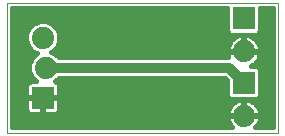
<source format=gbl>
G75*
%MOIN*%
%OFA0B0*%
%FSLAX25Y25*%
%IPPOS*%
%LPD*%
%AMOC8*
5,1,8,0,0,1.08239X$1,22.5*
%
%ADD10C,0.00000*%
%ADD11R,0.07400X0.07400*%
%ADD12C,0.07400*%
%ADD13C,0.01600*%
%ADD14C,0.03200*%
D10*
X0001800Y0045107D02*
X0001800Y0088414D01*
X0092351Y0088414D01*
X0092351Y0045107D01*
X0001800Y0045107D01*
D11*
X0013800Y0056800D03*
X0080800Y0061800D03*
X0080800Y0083300D03*
D12*
X0080800Y0072300D03*
X0080800Y0050800D03*
X0014800Y0066800D03*
X0013800Y0076800D03*
D13*
X0011319Y0081726D02*
X0003600Y0081726D01*
X0003600Y0083324D02*
X0075300Y0083324D01*
X0075300Y0081726D02*
X0016281Y0081726D01*
X0016915Y0081463D02*
X0014894Y0082300D01*
X0012706Y0082300D01*
X0010684Y0081463D01*
X0009137Y0079915D01*
X0008300Y0077894D01*
X0008300Y0075706D01*
X0009137Y0073684D01*
X0010684Y0072137D01*
X0011999Y0071593D01*
X0011684Y0071463D01*
X0010137Y0069915D01*
X0009300Y0067894D01*
X0009300Y0065706D01*
X0010137Y0063684D01*
X0011522Y0062300D01*
X0009863Y0062300D01*
X0009405Y0062177D01*
X0008995Y0061940D01*
X0008660Y0061605D01*
X0008423Y0061195D01*
X0008300Y0060737D01*
X0008300Y0057000D01*
X0013600Y0057000D01*
X0013600Y0056600D01*
X0014000Y0056600D01*
X0014000Y0057000D01*
X0019300Y0057000D01*
X0019300Y0060737D01*
X0019177Y0061195D01*
X0018940Y0061605D01*
X0018605Y0061940D01*
X0018195Y0062177D01*
X0018006Y0062228D01*
X0019178Y0063400D01*
X0074392Y0063400D01*
X0075300Y0062492D01*
X0075300Y0057354D01*
X0076354Y0056300D01*
X0085246Y0056300D01*
X0086300Y0057354D01*
X0086300Y0066246D01*
X0085246Y0067300D01*
X0083102Y0067300D01*
X0083683Y0067596D01*
X0084383Y0068105D01*
X0084995Y0068717D01*
X0085504Y0069417D01*
X0085897Y0070189D01*
X0086165Y0071012D01*
X0086300Y0071867D01*
X0086300Y0072100D01*
X0081000Y0072100D01*
X0081000Y0072500D01*
X0086300Y0072500D01*
X0086300Y0072733D01*
X0086165Y0073588D01*
X0085897Y0074411D01*
X0085504Y0075183D01*
X0084995Y0075883D01*
X0084383Y0076495D01*
X0083683Y0077004D01*
X0082911Y0077397D01*
X0082088Y0077665D01*
X0081233Y0077800D01*
X0081000Y0077800D01*
X0081000Y0072500D01*
X0080600Y0072500D01*
X0080600Y0077800D01*
X0080367Y0077800D01*
X0079512Y0077665D01*
X0078689Y0077397D01*
X0077917Y0077004D01*
X0077217Y0076495D01*
X0076605Y0075883D01*
X0076096Y0075183D01*
X0075703Y0074411D01*
X0075435Y0073588D01*
X0075300Y0072733D01*
X0075300Y0072500D01*
X0080600Y0072500D01*
X0080600Y0072100D01*
X0075300Y0072100D01*
X0075300Y0071867D01*
X0075435Y0071012D01*
X0075699Y0070200D01*
X0019178Y0070200D01*
X0017915Y0071463D01*
X0016601Y0072007D01*
X0016915Y0072137D01*
X0018463Y0073684D01*
X0019300Y0075706D01*
X0019300Y0077894D01*
X0018463Y0079915D01*
X0016915Y0081463D01*
X0018251Y0080127D02*
X0075300Y0080127D01*
X0075300Y0078854D02*
X0076354Y0077800D01*
X0085246Y0077800D01*
X0086300Y0078854D01*
X0086300Y0086614D01*
X0090551Y0086614D01*
X0090551Y0046907D01*
X0084685Y0046907D01*
X0084995Y0047217D01*
X0085504Y0047917D01*
X0085897Y0048689D01*
X0086165Y0049512D01*
X0086300Y0050367D01*
X0086300Y0050600D01*
X0081000Y0050600D01*
X0081000Y0051000D01*
X0086300Y0051000D01*
X0086300Y0051233D01*
X0086165Y0052088D01*
X0085897Y0052911D01*
X0085504Y0053683D01*
X0084995Y0054383D01*
X0084383Y0054995D01*
X0083683Y0055504D01*
X0082911Y0055897D01*
X0082088Y0056165D01*
X0081233Y0056300D01*
X0081000Y0056300D01*
X0081000Y0051000D01*
X0080600Y0051000D01*
X0080600Y0056300D01*
X0080367Y0056300D01*
X0079512Y0056165D01*
X0078689Y0055897D01*
X0077917Y0055504D01*
X0077217Y0054995D01*
X0076605Y0054383D01*
X0076096Y0053683D01*
X0075703Y0052911D01*
X0075435Y0052088D01*
X0075300Y0051233D01*
X0075300Y0051000D01*
X0080600Y0051000D01*
X0080600Y0050600D01*
X0075300Y0050600D01*
X0075300Y0050367D01*
X0075435Y0049512D01*
X0075703Y0048689D01*
X0076096Y0047917D01*
X0076605Y0047217D01*
X0076915Y0046907D01*
X0003600Y0046907D01*
X0003600Y0086614D01*
X0075300Y0086614D01*
X0075300Y0078854D01*
X0075626Y0078529D02*
X0019037Y0078529D01*
X0019300Y0076930D02*
X0077816Y0076930D01*
X0076204Y0075332D02*
X0019145Y0075332D01*
X0018483Y0073733D02*
X0075483Y0073733D01*
X0075590Y0070536D02*
X0018842Y0070536D01*
X0016909Y0072134D02*
X0080600Y0072134D01*
X0081000Y0072134D02*
X0090551Y0072134D01*
X0090551Y0070536D02*
X0086010Y0070536D01*
X0085155Y0068937D02*
X0090551Y0068937D01*
X0090551Y0067339D02*
X0083178Y0067339D01*
X0086300Y0065740D02*
X0090551Y0065740D01*
X0090551Y0064142D02*
X0086300Y0064142D01*
X0086300Y0062543D02*
X0090551Y0062543D01*
X0090551Y0060945D02*
X0086300Y0060945D01*
X0086300Y0059346D02*
X0090551Y0059346D01*
X0090551Y0057748D02*
X0086300Y0057748D01*
X0084827Y0054551D02*
X0090551Y0054551D01*
X0090551Y0056149D02*
X0082135Y0056149D01*
X0081000Y0056149D02*
X0080600Y0056149D01*
X0079465Y0056149D02*
X0019300Y0056149D01*
X0019300Y0056600D02*
X0014000Y0056600D01*
X0014000Y0051300D01*
X0017737Y0051300D01*
X0018195Y0051423D01*
X0018605Y0051660D01*
X0018940Y0051995D01*
X0019177Y0052405D01*
X0019300Y0052863D01*
X0019300Y0056600D01*
X0019300Y0057748D02*
X0075300Y0057748D01*
X0075300Y0059346D02*
X0019300Y0059346D01*
X0019244Y0060945D02*
X0075300Y0060945D01*
X0075248Y0062543D02*
X0018322Y0062543D01*
X0013600Y0056600D02*
X0013600Y0051300D01*
X0009863Y0051300D01*
X0009405Y0051423D01*
X0008995Y0051660D01*
X0008660Y0051995D01*
X0008423Y0052405D01*
X0008300Y0052863D01*
X0008300Y0056600D01*
X0013600Y0056600D01*
X0013600Y0056149D02*
X0014000Y0056149D01*
X0014000Y0054551D02*
X0013600Y0054551D01*
X0013600Y0052952D02*
X0014000Y0052952D01*
X0014000Y0051354D02*
X0013600Y0051354D01*
X0009662Y0051354D02*
X0003600Y0051354D01*
X0003600Y0049755D02*
X0075397Y0049755D01*
X0075319Y0051354D02*
X0017938Y0051354D01*
X0019300Y0052952D02*
X0075724Y0052952D01*
X0076773Y0054551D02*
X0019300Y0054551D01*
X0011278Y0062543D02*
X0003600Y0062543D01*
X0003600Y0060945D02*
X0008356Y0060945D01*
X0008300Y0059346D02*
X0003600Y0059346D01*
X0003600Y0057748D02*
X0008300Y0057748D01*
X0008300Y0056149D02*
X0003600Y0056149D01*
X0003600Y0054551D02*
X0008300Y0054551D01*
X0008300Y0052952D02*
X0003600Y0052952D01*
X0003600Y0048157D02*
X0075974Y0048157D01*
X0080600Y0051354D02*
X0081000Y0051354D01*
X0081000Y0052952D02*
X0080600Y0052952D01*
X0080600Y0054551D02*
X0081000Y0054551D01*
X0085876Y0052952D02*
X0090551Y0052952D01*
X0090551Y0051354D02*
X0086281Y0051354D01*
X0086203Y0049755D02*
X0090551Y0049755D01*
X0090551Y0048157D02*
X0085626Y0048157D01*
X0086117Y0073733D02*
X0090551Y0073733D01*
X0090551Y0075332D02*
X0085396Y0075332D01*
X0083784Y0076930D02*
X0090551Y0076930D01*
X0090551Y0078529D02*
X0085974Y0078529D01*
X0086300Y0080127D02*
X0090551Y0080127D01*
X0090551Y0081726D02*
X0086300Y0081726D01*
X0086300Y0083324D02*
X0090551Y0083324D01*
X0090551Y0084923D02*
X0086300Y0084923D01*
X0086300Y0086521D02*
X0090551Y0086521D01*
X0081000Y0076930D02*
X0080600Y0076930D01*
X0080600Y0075332D02*
X0081000Y0075332D01*
X0081000Y0073733D02*
X0080600Y0073733D01*
X0075300Y0084923D02*
X0003600Y0084923D01*
X0003600Y0086521D02*
X0075300Y0086521D01*
X0010691Y0072134D02*
X0003600Y0072134D01*
X0003600Y0070536D02*
X0010758Y0070536D01*
X0009732Y0068937D02*
X0003600Y0068937D01*
X0003600Y0067339D02*
X0009300Y0067339D01*
X0009300Y0065740D02*
X0003600Y0065740D01*
X0003600Y0064142D02*
X0009948Y0064142D01*
X0009117Y0073733D02*
X0003600Y0073733D01*
X0003600Y0075332D02*
X0008455Y0075332D01*
X0008300Y0076930D02*
X0003600Y0076930D01*
X0003600Y0078529D02*
X0008563Y0078529D01*
X0009349Y0080127D02*
X0003600Y0080127D01*
D14*
X0014800Y0066800D02*
X0075800Y0066800D01*
X0080800Y0061800D01*
M02*

</source>
